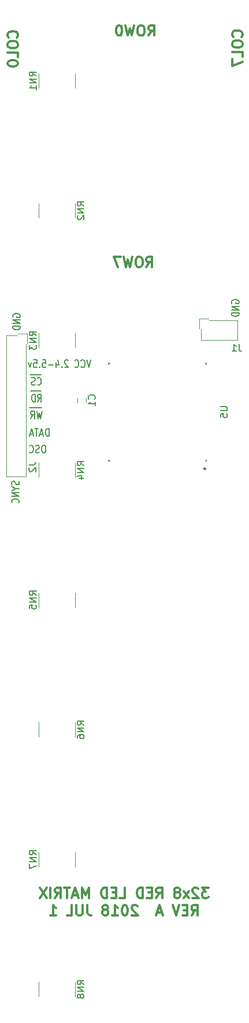
<source format=gbo>
G04 #@! TF.GenerationSoftware,KiCad,Pcbnew,(5.0.0-rc2-35-gda6600525)*
G04 #@! TF.CreationDate,2018-07-07T16:30:24-07:00*
G04 #@! TF.ProjectId,ht1632c-evaluation,687431363332632D6576616C75617469,rev?*
G04 #@! TF.SameCoordinates,Original*
G04 #@! TF.FileFunction,Legend,Bot*
G04 #@! TF.FilePolarity,Positive*
%FSLAX46Y46*%
G04 Gerber Fmt 4.6, Leading zero omitted, Abs format (unit mm)*
G04 Created by KiCad (PCBNEW (5.0.0-rc2-35-gda6600525)) date 07/07/18 16:30:24*
%MOMM*%
%LPD*%
G01*
G04 APERTURE LIST*
%ADD10C,0.300000*%
%ADD11C,0.200000*%
%ADD12C,0.120000*%
%ADD13C,0.150000*%
%ADD14C,0.254000*%
G04 APERTURE END LIST*
D10*
X67092857Y-59778571D02*
X67592857Y-59064285D01*
X67950000Y-59778571D02*
X67950000Y-58278571D01*
X67378571Y-58278571D01*
X67235714Y-58350000D01*
X67164285Y-58421428D01*
X67092857Y-58564285D01*
X67092857Y-58778571D01*
X67164285Y-58921428D01*
X67235714Y-58992857D01*
X67378571Y-59064285D01*
X67950000Y-59064285D01*
X66164285Y-58278571D02*
X65878571Y-58278571D01*
X65735714Y-58350000D01*
X65592857Y-58492857D01*
X65521428Y-58778571D01*
X65521428Y-59278571D01*
X65592857Y-59564285D01*
X65735714Y-59707142D01*
X65878571Y-59778571D01*
X66164285Y-59778571D01*
X66307142Y-59707142D01*
X66450000Y-59564285D01*
X66521428Y-59278571D01*
X66521428Y-58778571D01*
X66450000Y-58492857D01*
X66307142Y-58350000D01*
X66164285Y-58278571D01*
X65021428Y-58278571D02*
X64664285Y-59778571D01*
X64378571Y-58707142D01*
X64092857Y-59778571D01*
X63735714Y-58278571D01*
X63307142Y-58278571D02*
X62307142Y-58278571D01*
X62950000Y-59778571D01*
X67392857Y-25878571D02*
X67892857Y-25164285D01*
X68250000Y-25878571D02*
X68250000Y-24378571D01*
X67678571Y-24378571D01*
X67535714Y-24450000D01*
X67464285Y-24521428D01*
X67392857Y-24664285D01*
X67392857Y-24878571D01*
X67464285Y-25021428D01*
X67535714Y-25092857D01*
X67678571Y-25164285D01*
X68250000Y-25164285D01*
X66464285Y-24378571D02*
X66178571Y-24378571D01*
X66035714Y-24450000D01*
X65892857Y-24592857D01*
X65821428Y-24878571D01*
X65821428Y-25378571D01*
X65892857Y-25664285D01*
X66035714Y-25807142D01*
X66178571Y-25878571D01*
X66464285Y-25878571D01*
X66607142Y-25807142D01*
X66750000Y-25664285D01*
X66821428Y-25378571D01*
X66821428Y-24878571D01*
X66750000Y-24592857D01*
X66607142Y-24450000D01*
X66464285Y-24378571D01*
X65321428Y-24378571D02*
X64964285Y-25878571D01*
X64678571Y-24807142D01*
X64392857Y-25878571D01*
X64035714Y-24378571D01*
X63178571Y-24378571D02*
X63035714Y-24378571D01*
X62892857Y-24450000D01*
X62821428Y-24521428D01*
X62750000Y-24664285D01*
X62678571Y-24950000D01*
X62678571Y-25307142D01*
X62750000Y-25592857D01*
X62821428Y-25735714D01*
X62892857Y-25807142D01*
X63035714Y-25878571D01*
X63178571Y-25878571D01*
X63321428Y-25807142D01*
X63392857Y-25735714D01*
X63464285Y-25592857D01*
X63535714Y-25307142D01*
X63535714Y-24950000D01*
X63464285Y-24664285D01*
X63392857Y-24521428D01*
X63321428Y-24450000D01*
X63178571Y-24378571D01*
X81035714Y-26057142D02*
X81107142Y-25985714D01*
X81178571Y-25771428D01*
X81178571Y-25628571D01*
X81107142Y-25414285D01*
X80964285Y-25271428D01*
X80821428Y-25200000D01*
X80535714Y-25128571D01*
X80321428Y-25128571D01*
X80035714Y-25200000D01*
X79892857Y-25271428D01*
X79750000Y-25414285D01*
X79678571Y-25628571D01*
X79678571Y-25771428D01*
X79750000Y-25985714D01*
X79821428Y-26057142D01*
X79678571Y-26985714D02*
X79678571Y-27271428D01*
X79750000Y-27414285D01*
X79892857Y-27557142D01*
X80178571Y-27628571D01*
X80678571Y-27628571D01*
X80964285Y-27557142D01*
X81107142Y-27414285D01*
X81178571Y-27271428D01*
X81178571Y-26985714D01*
X81107142Y-26842857D01*
X80964285Y-26700000D01*
X80678571Y-26628571D01*
X80178571Y-26628571D01*
X79892857Y-26700000D01*
X79750000Y-26842857D01*
X79678571Y-26985714D01*
X81178571Y-28985714D02*
X81178571Y-28271428D01*
X79678571Y-28271428D01*
X79678571Y-29342857D02*
X79678571Y-30342857D01*
X81178571Y-29700000D01*
X48135714Y-26157142D02*
X48207142Y-26085714D01*
X48278571Y-25871428D01*
X48278571Y-25728571D01*
X48207142Y-25514285D01*
X48064285Y-25371428D01*
X47921428Y-25300000D01*
X47635714Y-25228571D01*
X47421428Y-25228571D01*
X47135714Y-25300000D01*
X46992857Y-25371428D01*
X46850000Y-25514285D01*
X46778571Y-25728571D01*
X46778571Y-25871428D01*
X46850000Y-26085714D01*
X46921428Y-26157142D01*
X46778571Y-27085714D02*
X46778571Y-27371428D01*
X46850000Y-27514285D01*
X46992857Y-27657142D01*
X47278571Y-27728571D01*
X47778571Y-27728571D01*
X48064285Y-27657142D01*
X48207142Y-27514285D01*
X48278571Y-27371428D01*
X48278571Y-27085714D01*
X48207142Y-26942857D01*
X48064285Y-26800000D01*
X47778571Y-26728571D01*
X47278571Y-26728571D01*
X46992857Y-26800000D01*
X46850000Y-26942857D01*
X46778571Y-27085714D01*
X48278571Y-29085714D02*
X48278571Y-28371428D01*
X46778571Y-28371428D01*
X46778571Y-29871428D02*
X46778571Y-30014285D01*
X46850000Y-30157142D01*
X46921428Y-30228571D01*
X47064285Y-30300000D01*
X47350000Y-30371428D01*
X47707142Y-30371428D01*
X47992857Y-30300000D01*
X48135714Y-30228571D01*
X48207142Y-30157142D01*
X48278571Y-30014285D01*
X48278571Y-29871428D01*
X48207142Y-29728571D01*
X48135714Y-29657142D01*
X47992857Y-29585714D01*
X47707142Y-29514285D01*
X47350000Y-29514285D01*
X47064285Y-29585714D01*
X46921428Y-29657142D01*
X46850000Y-29728571D01*
X46778571Y-29871428D01*
X76187142Y-150643571D02*
X75258571Y-150643571D01*
X75758571Y-151215000D01*
X75544285Y-151215000D01*
X75401428Y-151286428D01*
X75330000Y-151357857D01*
X75258571Y-151500714D01*
X75258571Y-151857857D01*
X75330000Y-152000714D01*
X75401428Y-152072142D01*
X75544285Y-152143571D01*
X75972857Y-152143571D01*
X76115714Y-152072142D01*
X76187142Y-152000714D01*
X74687142Y-150786428D02*
X74615714Y-150715000D01*
X74472857Y-150643571D01*
X74115714Y-150643571D01*
X73972857Y-150715000D01*
X73901428Y-150786428D01*
X73830000Y-150929285D01*
X73830000Y-151072142D01*
X73901428Y-151286428D01*
X74758571Y-152143571D01*
X73830000Y-152143571D01*
X73330000Y-152143571D02*
X72544285Y-151143571D01*
X73330000Y-151143571D02*
X72544285Y-152143571D01*
X71758571Y-151286428D02*
X71901428Y-151215000D01*
X71972857Y-151143571D01*
X72044285Y-151000714D01*
X72044285Y-150929285D01*
X71972857Y-150786428D01*
X71901428Y-150715000D01*
X71758571Y-150643571D01*
X71472857Y-150643571D01*
X71330000Y-150715000D01*
X71258571Y-150786428D01*
X71187142Y-150929285D01*
X71187142Y-151000714D01*
X71258571Y-151143571D01*
X71330000Y-151215000D01*
X71472857Y-151286428D01*
X71758571Y-151286428D01*
X71901428Y-151357857D01*
X71972857Y-151429285D01*
X72044285Y-151572142D01*
X72044285Y-151857857D01*
X71972857Y-152000714D01*
X71901428Y-152072142D01*
X71758571Y-152143571D01*
X71472857Y-152143571D01*
X71330000Y-152072142D01*
X71258571Y-152000714D01*
X71187142Y-151857857D01*
X71187142Y-151572142D01*
X71258571Y-151429285D01*
X71330000Y-151357857D01*
X71472857Y-151286428D01*
X68544285Y-152143571D02*
X69044285Y-151429285D01*
X69401428Y-152143571D02*
X69401428Y-150643571D01*
X68830000Y-150643571D01*
X68687142Y-150715000D01*
X68615714Y-150786428D01*
X68544285Y-150929285D01*
X68544285Y-151143571D01*
X68615714Y-151286428D01*
X68687142Y-151357857D01*
X68830000Y-151429285D01*
X69401428Y-151429285D01*
X67901428Y-151357857D02*
X67401428Y-151357857D01*
X67187142Y-152143571D02*
X67901428Y-152143571D01*
X67901428Y-150643571D01*
X67187142Y-150643571D01*
X66544285Y-152143571D02*
X66544285Y-150643571D01*
X66187142Y-150643571D01*
X65972857Y-150715000D01*
X65830000Y-150857857D01*
X65758571Y-151000714D01*
X65687142Y-151286428D01*
X65687142Y-151500714D01*
X65758571Y-151786428D01*
X65830000Y-151929285D01*
X65972857Y-152072142D01*
X66187142Y-152143571D01*
X66544285Y-152143571D01*
X63187142Y-152143571D02*
X63901428Y-152143571D01*
X63901428Y-150643571D01*
X62687142Y-151357857D02*
X62187142Y-151357857D01*
X61972857Y-152143571D02*
X62687142Y-152143571D01*
X62687142Y-150643571D01*
X61972857Y-150643571D01*
X61330000Y-152143571D02*
X61330000Y-150643571D01*
X60972857Y-150643571D01*
X60758571Y-150715000D01*
X60615714Y-150857857D01*
X60544285Y-151000714D01*
X60472857Y-151286428D01*
X60472857Y-151500714D01*
X60544285Y-151786428D01*
X60615714Y-151929285D01*
X60758571Y-152072142D01*
X60972857Y-152143571D01*
X61330000Y-152143571D01*
X58687142Y-152143571D02*
X58687142Y-150643571D01*
X58187142Y-151715000D01*
X57687142Y-150643571D01*
X57687142Y-152143571D01*
X57044285Y-151715000D02*
X56330000Y-151715000D01*
X57187142Y-152143571D02*
X56687142Y-150643571D01*
X56187142Y-152143571D01*
X55901428Y-150643571D02*
X55044285Y-150643571D01*
X55472857Y-152143571D02*
X55472857Y-150643571D01*
X53687142Y-152143571D02*
X54187142Y-151429285D01*
X54544285Y-152143571D02*
X54544285Y-150643571D01*
X53972857Y-150643571D01*
X53830000Y-150715000D01*
X53758571Y-150786428D01*
X53687142Y-150929285D01*
X53687142Y-151143571D01*
X53758571Y-151286428D01*
X53830000Y-151357857D01*
X53972857Y-151429285D01*
X54544285Y-151429285D01*
X53044285Y-152143571D02*
X53044285Y-150643571D01*
X52472857Y-150643571D02*
X51472857Y-152143571D01*
X51472857Y-150643571D02*
X52472857Y-152143571D01*
X73722857Y-154693571D02*
X74222857Y-153979285D01*
X74580000Y-154693571D02*
X74580000Y-153193571D01*
X74008571Y-153193571D01*
X73865714Y-153265000D01*
X73794285Y-153336428D01*
X73722857Y-153479285D01*
X73722857Y-153693571D01*
X73794285Y-153836428D01*
X73865714Y-153907857D01*
X74008571Y-153979285D01*
X74580000Y-153979285D01*
X73080000Y-153907857D02*
X72580000Y-153907857D01*
X72365714Y-154693571D02*
X73080000Y-154693571D01*
X73080000Y-153193571D01*
X72365714Y-153193571D01*
X71937142Y-153193571D02*
X71437142Y-154693571D01*
X70937142Y-153193571D01*
X69365714Y-154265000D02*
X68651428Y-154265000D01*
X69508571Y-154693571D02*
X69008571Y-153193571D01*
X68508571Y-154693571D01*
X65794285Y-153336428D02*
X65722857Y-153265000D01*
X65580000Y-153193571D01*
X65222857Y-153193571D01*
X65080000Y-153265000D01*
X65008571Y-153336428D01*
X64937142Y-153479285D01*
X64937142Y-153622142D01*
X65008571Y-153836428D01*
X65865714Y-154693571D01*
X64937142Y-154693571D01*
X64008571Y-153193571D02*
X63865714Y-153193571D01*
X63722857Y-153265000D01*
X63651428Y-153336428D01*
X63580000Y-153479285D01*
X63508571Y-153765000D01*
X63508571Y-154122142D01*
X63580000Y-154407857D01*
X63651428Y-154550714D01*
X63722857Y-154622142D01*
X63865714Y-154693571D01*
X64008571Y-154693571D01*
X64151428Y-154622142D01*
X64222857Y-154550714D01*
X64294285Y-154407857D01*
X64365714Y-154122142D01*
X64365714Y-153765000D01*
X64294285Y-153479285D01*
X64222857Y-153336428D01*
X64151428Y-153265000D01*
X64008571Y-153193571D01*
X62080000Y-154693571D02*
X62937142Y-154693571D01*
X62508571Y-154693571D02*
X62508571Y-153193571D01*
X62651428Y-153407857D01*
X62794285Y-153550714D01*
X62937142Y-153622142D01*
X61222857Y-153836428D02*
X61365714Y-153765000D01*
X61437142Y-153693571D01*
X61508571Y-153550714D01*
X61508571Y-153479285D01*
X61437142Y-153336428D01*
X61365714Y-153265000D01*
X61222857Y-153193571D01*
X60937142Y-153193571D01*
X60794285Y-153265000D01*
X60722857Y-153336428D01*
X60651428Y-153479285D01*
X60651428Y-153550714D01*
X60722857Y-153693571D01*
X60794285Y-153765000D01*
X60937142Y-153836428D01*
X61222857Y-153836428D01*
X61365714Y-153907857D01*
X61437142Y-153979285D01*
X61508571Y-154122142D01*
X61508571Y-154407857D01*
X61437142Y-154550714D01*
X61365714Y-154622142D01*
X61222857Y-154693571D01*
X60937142Y-154693571D01*
X60794285Y-154622142D01*
X60722857Y-154550714D01*
X60651428Y-154407857D01*
X60651428Y-154122142D01*
X60722857Y-153979285D01*
X60794285Y-153907857D01*
X60937142Y-153836428D01*
X58437142Y-153193571D02*
X58437142Y-154265000D01*
X58508571Y-154479285D01*
X58651428Y-154622142D01*
X58865714Y-154693571D01*
X59008571Y-154693571D01*
X57722857Y-153193571D02*
X57722857Y-154407857D01*
X57651428Y-154550714D01*
X57580000Y-154622142D01*
X57437142Y-154693571D01*
X57151428Y-154693571D01*
X57008571Y-154622142D01*
X56937142Y-154550714D01*
X56865714Y-154407857D01*
X56865714Y-153193571D01*
X55437142Y-154693571D02*
X56151428Y-154693571D01*
X56151428Y-153193571D01*
X53008571Y-154693571D02*
X53865714Y-154693571D01*
X53437142Y-154693571D02*
X53437142Y-153193571D01*
X53580000Y-153407857D01*
X53722857Y-153550714D01*
X53865714Y-153622142D01*
D11*
X48405238Y-91145714D02*
X48457619Y-91274285D01*
X48457619Y-91488571D01*
X48405238Y-91574285D01*
X48352857Y-91617142D01*
X48248095Y-91660000D01*
X48143333Y-91660000D01*
X48038571Y-91617142D01*
X47986190Y-91574285D01*
X47933809Y-91488571D01*
X47881428Y-91317142D01*
X47829047Y-91231428D01*
X47776666Y-91188571D01*
X47671904Y-91145714D01*
X47567142Y-91145714D01*
X47462380Y-91188571D01*
X47410000Y-91231428D01*
X47357619Y-91317142D01*
X47357619Y-91531428D01*
X47410000Y-91660000D01*
X47933809Y-92217142D02*
X48457619Y-92217142D01*
X47357619Y-91917142D02*
X47933809Y-92217142D01*
X47357619Y-92517142D01*
X48457619Y-92817142D02*
X47357619Y-92817142D01*
X48457619Y-93331428D01*
X47357619Y-93331428D01*
X48352857Y-94274285D02*
X48405238Y-94231428D01*
X48457619Y-94102857D01*
X48457619Y-94017142D01*
X48405238Y-93888571D01*
X48300476Y-93802857D01*
X48195714Y-93760000D01*
X47986190Y-93717142D01*
X47829047Y-93717142D01*
X47619523Y-93760000D01*
X47514761Y-93802857D01*
X47410000Y-93888571D01*
X47357619Y-94017142D01*
X47357619Y-94102857D01*
X47410000Y-94231428D01*
X47462380Y-94274285D01*
X52134285Y-85877619D02*
X51962857Y-85877619D01*
X51877142Y-85930000D01*
X51791428Y-86034761D01*
X51748571Y-86244285D01*
X51748571Y-86610952D01*
X51791428Y-86820476D01*
X51877142Y-86925238D01*
X51962857Y-86977619D01*
X52134285Y-86977619D01*
X52220000Y-86925238D01*
X52305714Y-86820476D01*
X52348571Y-86610952D01*
X52348571Y-86244285D01*
X52305714Y-86034761D01*
X52220000Y-85930000D01*
X52134285Y-85877619D01*
X51405714Y-86925238D02*
X51277142Y-86977619D01*
X51062857Y-86977619D01*
X50977142Y-86925238D01*
X50934285Y-86872857D01*
X50891428Y-86768095D01*
X50891428Y-86663333D01*
X50934285Y-86558571D01*
X50977142Y-86506190D01*
X51062857Y-86453809D01*
X51234285Y-86401428D01*
X51320000Y-86349047D01*
X51362857Y-86296666D01*
X51405714Y-86191904D01*
X51405714Y-86087142D01*
X51362857Y-85982380D01*
X51320000Y-85930000D01*
X51234285Y-85877619D01*
X51020000Y-85877619D01*
X50891428Y-85930000D01*
X49991428Y-86872857D02*
X50034285Y-86925238D01*
X50162857Y-86977619D01*
X50248571Y-86977619D01*
X50377142Y-86925238D01*
X50462857Y-86820476D01*
X50505714Y-86715714D01*
X50548571Y-86506190D01*
X50548571Y-86349047D01*
X50505714Y-86139523D01*
X50462857Y-86034761D01*
X50377142Y-85930000D01*
X50248571Y-85877619D01*
X50162857Y-85877619D01*
X50034285Y-85930000D01*
X49991428Y-85982380D01*
X52810000Y-84537619D02*
X52810000Y-83437619D01*
X52595714Y-83437619D01*
X52467142Y-83490000D01*
X52381428Y-83594761D01*
X52338571Y-83699523D01*
X52295714Y-83909047D01*
X52295714Y-84066190D01*
X52338571Y-84275714D01*
X52381428Y-84380476D01*
X52467142Y-84485238D01*
X52595714Y-84537619D01*
X52810000Y-84537619D01*
X51952857Y-84223333D02*
X51524285Y-84223333D01*
X52038571Y-84537619D02*
X51738571Y-83437619D01*
X51438571Y-84537619D01*
X51267142Y-83437619D02*
X50752857Y-83437619D01*
X51010000Y-84537619D02*
X51010000Y-83437619D01*
X50495714Y-84223333D02*
X50067142Y-84223333D01*
X50581428Y-84537619D02*
X50281428Y-83437619D01*
X49981428Y-84537619D01*
X79640000Y-65084285D02*
X79587619Y-64998571D01*
X79587619Y-64870000D01*
X79640000Y-64741428D01*
X79744761Y-64655714D01*
X79849523Y-64612857D01*
X80059047Y-64570000D01*
X80216190Y-64570000D01*
X80425714Y-64612857D01*
X80530476Y-64655714D01*
X80635238Y-64741428D01*
X80687619Y-64870000D01*
X80687619Y-64955714D01*
X80635238Y-65084285D01*
X80582857Y-65127142D01*
X80216190Y-65127142D01*
X80216190Y-64955714D01*
X80687619Y-65512857D02*
X79587619Y-65512857D01*
X80687619Y-66027142D01*
X79587619Y-66027142D01*
X80687619Y-66455714D02*
X79587619Y-66455714D01*
X79587619Y-66670000D01*
X79640000Y-66798571D01*
X79744761Y-66884285D01*
X79849523Y-66927142D01*
X80059047Y-66970000D01*
X80216190Y-66970000D01*
X80425714Y-66927142D01*
X80530476Y-66884285D01*
X80635238Y-66798571D01*
X80687619Y-66670000D01*
X80687619Y-66455714D01*
X47560000Y-67084285D02*
X47507619Y-66998571D01*
X47507619Y-66870000D01*
X47560000Y-66741428D01*
X47664761Y-66655714D01*
X47769523Y-66612857D01*
X47979047Y-66570000D01*
X48136190Y-66570000D01*
X48345714Y-66612857D01*
X48450476Y-66655714D01*
X48555238Y-66741428D01*
X48607619Y-66870000D01*
X48607619Y-66955714D01*
X48555238Y-67084285D01*
X48502857Y-67127142D01*
X48136190Y-67127142D01*
X48136190Y-66955714D01*
X48607619Y-67512857D02*
X47507619Y-67512857D01*
X48607619Y-68027142D01*
X47507619Y-68027142D01*
X48607619Y-68455714D02*
X47507619Y-68455714D01*
X47507619Y-68670000D01*
X47560000Y-68798571D01*
X47664761Y-68884285D01*
X47769523Y-68927142D01*
X47979047Y-68970000D01*
X48136190Y-68970000D01*
X48345714Y-68927142D01*
X48450476Y-68884285D01*
X48555238Y-68798571D01*
X48607619Y-68670000D01*
X48607619Y-68455714D01*
X58955714Y-73377619D02*
X58655714Y-74477619D01*
X58355714Y-73377619D01*
X57541428Y-74372857D02*
X57584285Y-74425238D01*
X57712857Y-74477619D01*
X57798571Y-74477619D01*
X57927142Y-74425238D01*
X58012857Y-74320476D01*
X58055714Y-74215714D01*
X58098571Y-74006190D01*
X58098571Y-73849047D01*
X58055714Y-73639523D01*
X58012857Y-73534761D01*
X57927142Y-73430000D01*
X57798571Y-73377619D01*
X57712857Y-73377619D01*
X57584285Y-73430000D01*
X57541428Y-73482380D01*
X56641428Y-74372857D02*
X56684285Y-74425238D01*
X56812857Y-74477619D01*
X56898571Y-74477619D01*
X57027142Y-74425238D01*
X57112857Y-74320476D01*
X57155714Y-74215714D01*
X57198571Y-74006190D01*
X57198571Y-73849047D01*
X57155714Y-73639523D01*
X57112857Y-73534761D01*
X57027142Y-73430000D01*
X56898571Y-73377619D01*
X56812857Y-73377619D01*
X56684285Y-73430000D01*
X56641428Y-73482380D01*
X55612857Y-73482380D02*
X55570000Y-73430000D01*
X55484285Y-73377619D01*
X55270000Y-73377619D01*
X55184285Y-73430000D01*
X55141428Y-73482380D01*
X55098571Y-73587142D01*
X55098571Y-73691904D01*
X55141428Y-73849047D01*
X55655714Y-74477619D01*
X55098571Y-74477619D01*
X54712857Y-74372857D02*
X54670000Y-74425238D01*
X54712857Y-74477619D01*
X54755714Y-74425238D01*
X54712857Y-74372857D01*
X54712857Y-74477619D01*
X53898571Y-73744285D02*
X53898571Y-74477619D01*
X54112857Y-73325238D02*
X54327142Y-74110952D01*
X53770000Y-74110952D01*
X53427142Y-74058571D02*
X52741428Y-74058571D01*
X51884285Y-73377619D02*
X52312857Y-73377619D01*
X52355714Y-73901428D01*
X52312857Y-73849047D01*
X52227142Y-73796666D01*
X52012857Y-73796666D01*
X51927142Y-73849047D01*
X51884285Y-73901428D01*
X51841428Y-74006190D01*
X51841428Y-74268095D01*
X51884285Y-74372857D01*
X51927142Y-74425238D01*
X52012857Y-74477619D01*
X52227142Y-74477619D01*
X52312857Y-74425238D01*
X52355714Y-74372857D01*
X51455714Y-74372857D02*
X51412857Y-74425238D01*
X51455714Y-74477619D01*
X51498571Y-74425238D01*
X51455714Y-74372857D01*
X51455714Y-74477619D01*
X50598571Y-73377619D02*
X51027142Y-73377619D01*
X51070000Y-73901428D01*
X51027142Y-73849047D01*
X50941428Y-73796666D01*
X50727142Y-73796666D01*
X50641428Y-73849047D01*
X50598571Y-73901428D01*
X50555714Y-74006190D01*
X50555714Y-74268095D01*
X50598571Y-74372857D01*
X50641428Y-74425238D01*
X50727142Y-74477619D01*
X50941428Y-74477619D01*
X51027142Y-74425238D01*
X51070000Y-74372857D01*
X50255714Y-73744285D02*
X50041428Y-74477619D01*
X49827142Y-73744285D01*
X51648321Y-75498000D02*
X50948571Y-75498000D01*
X51120000Y-76942857D02*
X51162857Y-76995238D01*
X51291428Y-77047619D01*
X51377142Y-77047619D01*
X51505714Y-76995238D01*
X51591428Y-76890476D01*
X51634285Y-76785714D01*
X51677142Y-76576190D01*
X51677142Y-76419047D01*
X51634285Y-76209523D01*
X51591428Y-76104761D01*
X51505714Y-76000000D01*
X51377142Y-75947619D01*
X51291428Y-75947619D01*
X51162857Y-76000000D01*
X51120000Y-76052380D01*
X50948571Y-75498000D02*
X50091428Y-75498000D01*
X50777142Y-76995238D02*
X50648571Y-77047619D01*
X50434285Y-77047619D01*
X50348571Y-76995238D01*
X50305714Y-76942857D01*
X50262857Y-76838095D01*
X50262857Y-76733333D01*
X50305714Y-76628571D01*
X50348571Y-76576190D01*
X50434285Y-76523809D01*
X50605714Y-76471428D01*
X50691428Y-76419047D01*
X50734285Y-76366666D01*
X50777142Y-76261904D01*
X50777142Y-76157142D01*
X50734285Y-76052380D01*
X50691428Y-76000000D01*
X50605714Y-75947619D01*
X50391428Y-75947619D01*
X50262857Y-76000000D01*
X51699750Y-77928000D02*
X51000000Y-77928000D01*
X51171428Y-79477619D02*
X51471428Y-78953809D01*
X51685714Y-79477619D02*
X51685714Y-78377619D01*
X51342857Y-78377619D01*
X51257142Y-78430000D01*
X51214285Y-78482380D01*
X51171428Y-78587142D01*
X51171428Y-78744285D01*
X51214285Y-78849047D01*
X51257142Y-78901428D01*
X51342857Y-78953809D01*
X51685714Y-78953809D01*
X51000000Y-77928000D02*
X50100000Y-77928000D01*
X50785714Y-79477619D02*
X50785714Y-78377619D01*
X50571428Y-78377619D01*
X50442857Y-78430000D01*
X50357142Y-78534761D01*
X50314285Y-78639523D01*
X50271428Y-78849047D01*
X50271428Y-79006190D01*
X50314285Y-79215714D01*
X50357142Y-79320476D01*
X50442857Y-79425238D01*
X50571428Y-79477619D01*
X50785714Y-79477619D01*
X51734035Y-80388000D02*
X50905714Y-80388000D01*
X51805714Y-80837619D02*
X51591428Y-81937619D01*
X51420000Y-81151904D01*
X51248571Y-81937619D01*
X51034285Y-80837619D01*
X50905714Y-80388000D02*
X50005714Y-80388000D01*
X50177142Y-81937619D02*
X50477142Y-81413809D01*
X50691428Y-81937619D02*
X50691428Y-80837619D01*
X50348571Y-80837619D01*
X50262857Y-80890000D01*
X50220000Y-80942380D01*
X50177142Y-81047142D01*
X50177142Y-81204285D01*
X50220000Y-81309047D01*
X50262857Y-81361428D01*
X50348571Y-81413809D01*
X50691428Y-81413809D01*
D12*
G04 #@! TO.C,J1*
X74830000Y-67330000D02*
X76230000Y-67330000D01*
X74830000Y-68730000D02*
X74830000Y-67330000D01*
X80460000Y-67580000D02*
X76330000Y-67580000D01*
X80460000Y-70420000D02*
X80460000Y-67580000D01*
X75080000Y-70420000D02*
X80460000Y-70420000D01*
X75080000Y-68830000D02*
X75080000Y-70420000D01*
G04 #@! TO.C,J2*
X49670000Y-69550000D02*
X49670000Y-70950000D01*
X48270000Y-69550000D02*
X49670000Y-69550000D01*
X49420000Y-90420000D02*
X49420000Y-71050000D01*
X46580000Y-90420000D02*
X49420000Y-90420000D01*
X46580000Y-69800000D02*
X46580000Y-90420000D01*
X48170000Y-69800000D02*
X46580000Y-69800000D01*
G04 #@! TO.C,RN1*
X51330000Y-33550000D02*
X51330000Y-31450000D01*
X56670000Y-33550000D02*
X56670000Y-31450000D01*
G04 #@! TO.C,RN2*
X51330000Y-50450000D02*
X51330000Y-52550000D01*
X56670000Y-50450000D02*
X56670000Y-52550000D01*
G04 #@! TO.C,RN3*
X51330000Y-71550000D02*
X51330000Y-69450000D01*
X56670000Y-71550000D02*
X56670000Y-69450000D01*
G04 #@! TO.C,RN4*
X51330000Y-88450000D02*
X51330000Y-90550000D01*
X56670000Y-88450000D02*
X56670000Y-90550000D01*
G04 #@! TO.C,RN5*
X51330000Y-109550000D02*
X51330000Y-107450000D01*
X56670000Y-109550000D02*
X56670000Y-107450000D01*
G04 #@! TO.C,RN6*
X51330000Y-126450000D02*
X51330000Y-128550000D01*
X56670000Y-126450000D02*
X56670000Y-128550000D01*
G04 #@! TO.C,RN7*
X51330000Y-147550000D02*
X51330000Y-145450000D01*
X56670000Y-147550000D02*
X56670000Y-145450000D01*
G04 #@! TO.C,RN8*
X51330000Y-164450000D02*
X51330000Y-166550000D01*
X56670000Y-164450000D02*
X56670000Y-166550000D01*
G04 #@! TO.C,C1*
X58230000Y-79630000D02*
X58230000Y-78930000D01*
X57030000Y-78930000D02*
X57030000Y-79630000D01*
D13*
G04 #@! TO.C,U5*
X75900000Y-88000000D02*
X75900000Y-88150000D01*
X75900000Y-88150000D02*
X75750000Y-88150000D01*
X75900000Y-74000000D02*
X75900000Y-73850000D01*
X75900000Y-73850000D02*
X75750000Y-73850000D01*
X61600000Y-88000000D02*
X61600000Y-88150000D01*
X61600000Y-88150000D02*
X61750000Y-88150000D01*
X61600000Y-74000000D02*
X61600000Y-73850000D01*
X61600000Y-73850000D02*
X61750000Y-73850000D01*
D14*
X75777000Y-89300000D02*
G75*
G03X75777000Y-89300000I-127000J0D01*
G01*
G04 #@! TO.C,J1*
D13*
X80683333Y-71082380D02*
X80683333Y-71796666D01*
X80730952Y-71939523D01*
X80826190Y-72034761D01*
X80969047Y-72082380D01*
X81064285Y-72082380D01*
X79683333Y-72082380D02*
X80254761Y-72082380D01*
X79969047Y-72082380D02*
X79969047Y-71082380D01*
X80064285Y-71225238D01*
X80159523Y-71320476D01*
X80254761Y-71368095D01*
G04 #@! TO.C,J2*
X49882380Y-88726666D02*
X50596666Y-88726666D01*
X50739523Y-88679047D01*
X50834761Y-88583809D01*
X50882380Y-88440952D01*
X50882380Y-88345714D01*
X49977619Y-89155238D02*
X49930000Y-89202857D01*
X49882380Y-89298095D01*
X49882380Y-89536190D01*
X49930000Y-89631428D01*
X49977619Y-89679047D01*
X50072857Y-89726666D01*
X50168095Y-89726666D01*
X50310952Y-89679047D01*
X50882380Y-89107619D01*
X50882380Y-89726666D01*
G04 #@! TO.C,RN1*
X50952380Y-31809523D02*
X50476190Y-31476190D01*
X50952380Y-31238095D02*
X49952380Y-31238095D01*
X49952380Y-31619047D01*
X50000000Y-31714285D01*
X50047619Y-31761904D01*
X50142857Y-31809523D01*
X50285714Y-31809523D01*
X50380952Y-31761904D01*
X50428571Y-31714285D01*
X50476190Y-31619047D01*
X50476190Y-31238095D01*
X50952380Y-32238095D02*
X49952380Y-32238095D01*
X50952380Y-32809523D01*
X49952380Y-32809523D01*
X50952380Y-33809523D02*
X50952380Y-33238095D01*
X50952380Y-33523809D02*
X49952380Y-33523809D01*
X50095238Y-33428571D01*
X50190476Y-33333333D01*
X50238095Y-33238095D01*
G04 #@! TO.C,RN2*
X57952380Y-50809523D02*
X57476190Y-50476190D01*
X57952380Y-50238095D02*
X56952380Y-50238095D01*
X56952380Y-50619047D01*
X57000000Y-50714285D01*
X57047619Y-50761904D01*
X57142857Y-50809523D01*
X57285714Y-50809523D01*
X57380952Y-50761904D01*
X57428571Y-50714285D01*
X57476190Y-50619047D01*
X57476190Y-50238095D01*
X57952380Y-51238095D02*
X56952380Y-51238095D01*
X57952380Y-51809523D01*
X56952380Y-51809523D01*
X57047619Y-52238095D02*
X57000000Y-52285714D01*
X56952380Y-52380952D01*
X56952380Y-52619047D01*
X57000000Y-52714285D01*
X57047619Y-52761904D01*
X57142857Y-52809523D01*
X57238095Y-52809523D01*
X57380952Y-52761904D01*
X57952380Y-52190476D01*
X57952380Y-52809523D01*
G04 #@! TO.C,RN3*
X50952380Y-69809523D02*
X50476190Y-69476190D01*
X50952380Y-69238095D02*
X49952380Y-69238095D01*
X49952380Y-69619047D01*
X50000000Y-69714285D01*
X50047619Y-69761904D01*
X50142857Y-69809523D01*
X50285714Y-69809523D01*
X50380952Y-69761904D01*
X50428571Y-69714285D01*
X50476190Y-69619047D01*
X50476190Y-69238095D01*
X50952380Y-70238095D02*
X49952380Y-70238095D01*
X50952380Y-70809523D01*
X49952380Y-70809523D01*
X49952380Y-71190476D02*
X49952380Y-71809523D01*
X50333333Y-71476190D01*
X50333333Y-71619047D01*
X50380952Y-71714285D01*
X50428571Y-71761904D01*
X50523809Y-71809523D01*
X50761904Y-71809523D01*
X50857142Y-71761904D01*
X50904761Y-71714285D01*
X50952380Y-71619047D01*
X50952380Y-71333333D01*
X50904761Y-71238095D01*
X50857142Y-71190476D01*
G04 #@! TO.C,RN4*
X57952380Y-88809523D02*
X57476190Y-88476190D01*
X57952380Y-88238095D02*
X56952380Y-88238095D01*
X56952380Y-88619047D01*
X57000000Y-88714285D01*
X57047619Y-88761904D01*
X57142857Y-88809523D01*
X57285714Y-88809523D01*
X57380952Y-88761904D01*
X57428571Y-88714285D01*
X57476190Y-88619047D01*
X57476190Y-88238095D01*
X57952380Y-89238095D02*
X56952380Y-89238095D01*
X57952380Y-89809523D01*
X56952380Y-89809523D01*
X57285714Y-90714285D02*
X57952380Y-90714285D01*
X56904761Y-90476190D02*
X57619047Y-90238095D01*
X57619047Y-90857142D01*
G04 #@! TO.C,RN5*
X50952380Y-107809523D02*
X50476190Y-107476190D01*
X50952380Y-107238095D02*
X49952380Y-107238095D01*
X49952380Y-107619047D01*
X50000000Y-107714285D01*
X50047619Y-107761904D01*
X50142857Y-107809523D01*
X50285714Y-107809523D01*
X50380952Y-107761904D01*
X50428571Y-107714285D01*
X50476190Y-107619047D01*
X50476190Y-107238095D01*
X50952380Y-108238095D02*
X49952380Y-108238095D01*
X50952380Y-108809523D01*
X49952380Y-108809523D01*
X49952380Y-109761904D02*
X49952380Y-109285714D01*
X50428571Y-109238095D01*
X50380952Y-109285714D01*
X50333333Y-109380952D01*
X50333333Y-109619047D01*
X50380952Y-109714285D01*
X50428571Y-109761904D01*
X50523809Y-109809523D01*
X50761904Y-109809523D01*
X50857142Y-109761904D01*
X50904761Y-109714285D01*
X50952380Y-109619047D01*
X50952380Y-109380952D01*
X50904761Y-109285714D01*
X50857142Y-109238095D01*
G04 #@! TO.C,RN6*
X57952380Y-126809523D02*
X57476190Y-126476190D01*
X57952380Y-126238095D02*
X56952380Y-126238095D01*
X56952380Y-126619047D01*
X57000000Y-126714285D01*
X57047619Y-126761904D01*
X57142857Y-126809523D01*
X57285714Y-126809523D01*
X57380952Y-126761904D01*
X57428571Y-126714285D01*
X57476190Y-126619047D01*
X57476190Y-126238095D01*
X57952380Y-127238095D02*
X56952380Y-127238095D01*
X57952380Y-127809523D01*
X56952380Y-127809523D01*
X56952380Y-128714285D02*
X56952380Y-128523809D01*
X57000000Y-128428571D01*
X57047619Y-128380952D01*
X57190476Y-128285714D01*
X57380952Y-128238095D01*
X57761904Y-128238095D01*
X57857142Y-128285714D01*
X57904761Y-128333333D01*
X57952380Y-128428571D01*
X57952380Y-128619047D01*
X57904761Y-128714285D01*
X57857142Y-128761904D01*
X57761904Y-128809523D01*
X57523809Y-128809523D01*
X57428571Y-128761904D01*
X57380952Y-128714285D01*
X57333333Y-128619047D01*
X57333333Y-128428571D01*
X57380952Y-128333333D01*
X57428571Y-128285714D01*
X57523809Y-128238095D01*
G04 #@! TO.C,RN7*
X50952380Y-145809523D02*
X50476190Y-145476190D01*
X50952380Y-145238095D02*
X49952380Y-145238095D01*
X49952380Y-145619047D01*
X50000000Y-145714285D01*
X50047619Y-145761904D01*
X50142857Y-145809523D01*
X50285714Y-145809523D01*
X50380952Y-145761904D01*
X50428571Y-145714285D01*
X50476190Y-145619047D01*
X50476190Y-145238095D01*
X50952380Y-146238095D02*
X49952380Y-146238095D01*
X50952380Y-146809523D01*
X49952380Y-146809523D01*
X49952380Y-147190476D02*
X49952380Y-147857142D01*
X50952380Y-147428571D01*
G04 #@! TO.C,RN8*
X57952380Y-164809523D02*
X57476190Y-164476190D01*
X57952380Y-164238095D02*
X56952380Y-164238095D01*
X56952380Y-164619047D01*
X57000000Y-164714285D01*
X57047619Y-164761904D01*
X57142857Y-164809523D01*
X57285714Y-164809523D01*
X57380952Y-164761904D01*
X57428571Y-164714285D01*
X57476190Y-164619047D01*
X57476190Y-164238095D01*
X57952380Y-165238095D02*
X56952380Y-165238095D01*
X57952380Y-165809523D01*
X56952380Y-165809523D01*
X57380952Y-166428571D02*
X57333333Y-166333333D01*
X57285714Y-166285714D01*
X57190476Y-166238095D01*
X57142857Y-166238095D01*
X57047619Y-166285714D01*
X57000000Y-166333333D01*
X56952380Y-166428571D01*
X56952380Y-166619047D01*
X57000000Y-166714285D01*
X57047619Y-166761904D01*
X57142857Y-166809523D01*
X57190476Y-166809523D01*
X57285714Y-166761904D01*
X57333333Y-166714285D01*
X57380952Y-166619047D01*
X57380952Y-166428571D01*
X57428571Y-166333333D01*
X57476190Y-166285714D01*
X57571428Y-166238095D01*
X57761904Y-166238095D01*
X57857142Y-166285714D01*
X57904761Y-166333333D01*
X57952380Y-166428571D01*
X57952380Y-166619047D01*
X57904761Y-166714285D01*
X57857142Y-166761904D01*
X57761904Y-166809523D01*
X57571428Y-166809523D01*
X57476190Y-166761904D01*
X57428571Y-166714285D01*
X57380952Y-166619047D01*
G04 #@! TO.C,C1*
X59487142Y-79113333D02*
X59534761Y-79065714D01*
X59582380Y-78922857D01*
X59582380Y-78827619D01*
X59534761Y-78684761D01*
X59439523Y-78589523D01*
X59344285Y-78541904D01*
X59153809Y-78494285D01*
X59010952Y-78494285D01*
X58820476Y-78541904D01*
X58725238Y-78589523D01*
X58630000Y-78684761D01*
X58582380Y-78827619D01*
X58582380Y-78922857D01*
X58630000Y-79065714D01*
X58677619Y-79113333D01*
X59582380Y-80065714D02*
X59582380Y-79494285D01*
X59582380Y-79780000D02*
X58582380Y-79780000D01*
X58725238Y-79684761D01*
X58820476Y-79589523D01*
X58868095Y-79494285D01*
G04 #@! TO.C,U5*
X77952380Y-80238095D02*
X78761904Y-80238095D01*
X78857142Y-80285714D01*
X78904761Y-80333333D01*
X78952380Y-80428571D01*
X78952380Y-80619047D01*
X78904761Y-80714285D01*
X78857142Y-80761904D01*
X78761904Y-80809523D01*
X77952380Y-80809523D01*
X77952380Y-81761904D02*
X77952380Y-81285714D01*
X78428571Y-81238095D01*
X78380952Y-81285714D01*
X78333333Y-81380952D01*
X78333333Y-81619047D01*
X78380952Y-81714285D01*
X78428571Y-81761904D01*
X78523809Y-81809523D01*
X78761904Y-81809523D01*
X78857142Y-81761904D01*
X78904761Y-81714285D01*
X78952380Y-81619047D01*
X78952380Y-81380952D01*
X78904761Y-81285714D01*
X78857142Y-81238095D01*
G04 #@! TD*
M02*

</source>
